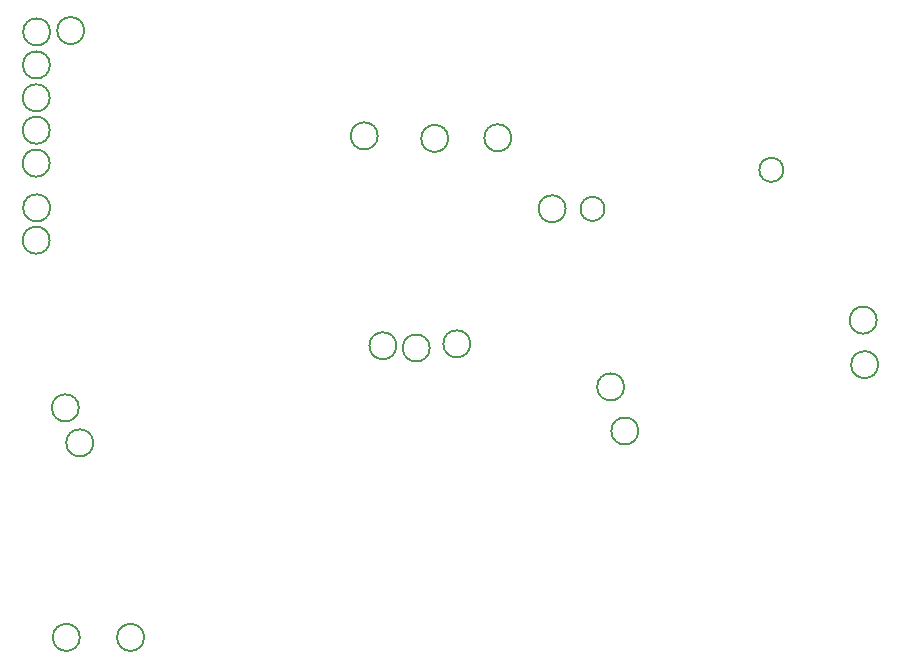
<source format=gbo>
G04*
G04 #@! TF.GenerationSoftware,Altium Limited,Altium Designer,24.1.2 (44)*
G04*
G04 Layer_Color=32896*
%FSLAX44Y44*%
%MOMM*%
G71*
G04*
G04 #@! TF.SameCoordinates,E849002E-D005-4F9B-B670-832AB9F5597C*
G04*
G04*
G04 #@! TF.FilePolarity,Positive*
G04*
G01*
G75*
%ADD11C,0.2000*%
D11*
X160860Y234723D02*
G03*
X160860Y234723I-11430J0D01*
G01*
X824147Y338644D02*
G03*
X824147Y338644I-11430J0D01*
G01*
X203921Y70000D02*
G03*
X203921Y70000I-11430J0D01*
G01*
X149438D02*
G03*
X149438Y70000I-11430J0D01*
G01*
X745167Y465856D02*
G03*
X745167Y465856I-10160J0D01*
G01*
X123952Y406281D02*
G03*
X123952Y406281I-11430J0D01*
G01*
X825417Y300940D02*
G03*
X825417Y300940I-11430J0D01*
G01*
X148668Y264375D02*
G03*
X148668Y264375I-11430J0D01*
G01*
X417566Y316940D02*
G03*
X417566Y316940I-11430J0D01*
G01*
X445705Y315064D02*
G03*
X445705Y315064I-11430J0D01*
G01*
X124042Y499415D02*
G03*
X124042Y499415I-11430J0D01*
G01*
X124400Y433710D02*
G03*
X124400Y433710I-11430J0D01*
G01*
Y582697D02*
G03*
X124400Y582697I-11430J0D01*
G01*
X123952Y471551D02*
G03*
X123952Y471551I-11430J0D01*
G01*
X124157Y554688D02*
G03*
X124157Y554688I-11430J0D01*
G01*
X124001Y526889D02*
G03*
X124001Y526889I-11430J0D01*
G01*
X560778Y432935D02*
G03*
X560778Y432935I-11430J0D01*
G01*
X593721Y432833D02*
G03*
X593721Y432833I-10160J0D01*
G01*
X514835Y493032D02*
G03*
X514835Y493032I-11430J0D01*
G01*
X401714Y494632D02*
G03*
X401714Y494632I-11430J0D01*
G01*
X461430Y492453D02*
G03*
X461430Y492453I-11430J0D01*
G01*
X610359Y282134D02*
G03*
X610359Y282134I-11430J0D01*
G01*
X153200Y583811D02*
G03*
X153200Y583811I-11430J0D01*
G01*
X622388Y244792D02*
G03*
X622388Y244792I-11430J0D01*
G01*
X480092Y318598D02*
G03*
X480092Y318598I-11430J0D01*
G01*
M02*

</source>
